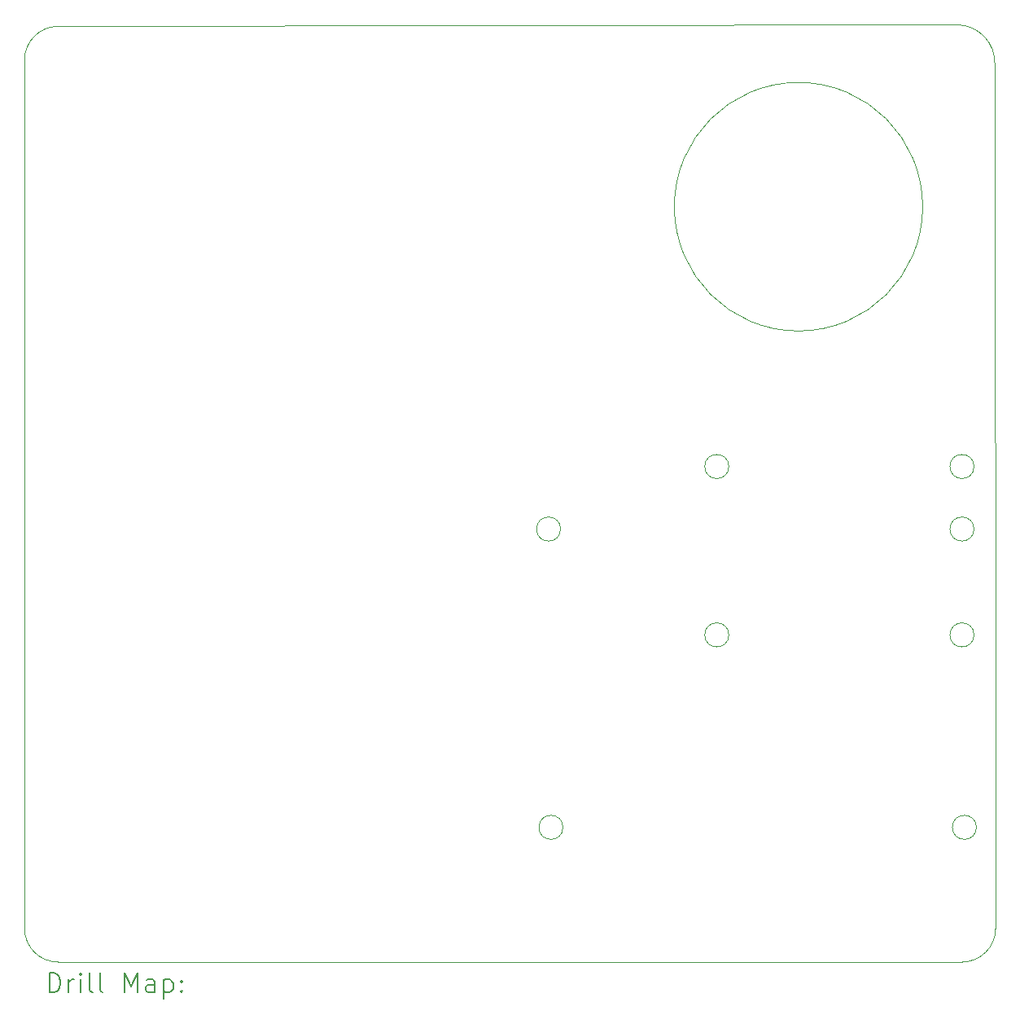
<source format=gbr>
%TF.GenerationSoftware,KiCad,Pcbnew,8.0.6*%
%TF.CreationDate,2024-12-05T23:25:41+00:00*%
%TF.ProjectId,DiamondGeezer,4469616d-6f6e-4644-9765-657a65722e6b,rev?*%
%TF.SameCoordinates,Original*%
%TF.FileFunction,Drillmap*%
%TF.FilePolarity,Positive*%
%FSLAX45Y45*%
G04 Gerber Fmt 4.5, Leading zero omitted, Abs format (unit mm)*
G04 Created by KiCad (PCBNEW 8.0.6) date 2024-12-05 23:25:41*
%MOMM*%
%LPD*%
G01*
G04 APERTURE LIST*
%ADD10C,0.050000*%
%ADD11C,0.200000*%
G04 APERTURE END LIST*
D10*
X9250000Y-14225000D02*
G75*
G02*
X8900000Y-13875000I0J350000D01*
G01*
X19000000Y-13875000D02*
G75*
G02*
X18650000Y-14225000I-350000J0D01*
G01*
X18800000Y-12825000D02*
G75*
G02*
X18550000Y-12825000I-125000J0D01*
G01*
X18550000Y-12825000D02*
G75*
G02*
X18800000Y-12825000I125000J0D01*
G01*
X18775000Y-9075000D02*
G75*
G02*
X18525000Y-9075000I-125000J0D01*
G01*
X18525000Y-9075000D02*
G75*
G02*
X18775000Y-9075000I125000J0D01*
G01*
X8900000Y-4850000D02*
G75*
G02*
X9250000Y-4500000I350000J0D01*
G01*
X9250000Y-14225000D02*
X18650000Y-14225000D01*
X16225000Y-9075000D02*
G75*
G02*
X15975000Y-9075000I-125000J0D01*
G01*
X15975000Y-9075000D02*
G75*
G02*
X16225000Y-9075000I125000J0D01*
G01*
X8900000Y-4850000D02*
X8900000Y-13875000D01*
X18241559Y-6375000D02*
G75*
G02*
X15658441Y-6375000I-1291559J0D01*
G01*
X15658441Y-6375000D02*
G75*
G02*
X18241559Y-6375000I1291559J0D01*
G01*
X18592201Y-4484169D02*
G75*
G02*
X18992317Y-4897488I2619J-397791D01*
G01*
X18775000Y-10825000D02*
G75*
G02*
X18525000Y-10825000I-125000J0D01*
G01*
X18525000Y-10825000D02*
G75*
G02*
X18775000Y-10825000I125000J0D01*
G01*
X16225000Y-10825000D02*
G75*
G02*
X15975000Y-10825000I-125000J0D01*
G01*
X15975000Y-10825000D02*
G75*
G02*
X16225000Y-10825000I125000J0D01*
G01*
X18592201Y-4484169D02*
X9250000Y-4500000D01*
X19000000Y-13875000D02*
X19000000Y-12700000D01*
X14500000Y-12825000D02*
G75*
G02*
X14250000Y-12825000I-125000J0D01*
G01*
X14250000Y-12825000D02*
G75*
G02*
X14500000Y-12825000I125000J0D01*
G01*
X19000000Y-12700000D02*
X18992313Y-4897487D01*
X14475000Y-9725000D02*
G75*
G02*
X14225000Y-9725000I-125000J0D01*
G01*
X14225000Y-9725000D02*
G75*
G02*
X14475000Y-9725000I125000J0D01*
G01*
X18775000Y-9725000D02*
G75*
G02*
X18525000Y-9725000I-125000J0D01*
G01*
X18525000Y-9725000D02*
G75*
G02*
X18775000Y-9725000I125000J0D01*
G01*
D11*
X9158277Y-14538984D02*
X9158277Y-14338984D01*
X9158277Y-14338984D02*
X9205896Y-14338984D01*
X9205896Y-14338984D02*
X9234467Y-14348508D01*
X9234467Y-14348508D02*
X9253515Y-14367555D01*
X9253515Y-14367555D02*
X9263039Y-14386603D01*
X9263039Y-14386603D02*
X9272563Y-14424698D01*
X9272563Y-14424698D02*
X9272563Y-14453269D01*
X9272563Y-14453269D02*
X9263039Y-14491365D01*
X9263039Y-14491365D02*
X9253515Y-14510412D01*
X9253515Y-14510412D02*
X9234467Y-14529460D01*
X9234467Y-14529460D02*
X9205896Y-14538984D01*
X9205896Y-14538984D02*
X9158277Y-14538984D01*
X9358277Y-14538984D02*
X9358277Y-14405650D01*
X9358277Y-14443746D02*
X9367801Y-14424698D01*
X9367801Y-14424698D02*
X9377324Y-14415174D01*
X9377324Y-14415174D02*
X9396372Y-14405650D01*
X9396372Y-14405650D02*
X9415420Y-14405650D01*
X9482086Y-14538984D02*
X9482086Y-14405650D01*
X9482086Y-14338984D02*
X9472563Y-14348508D01*
X9472563Y-14348508D02*
X9482086Y-14358031D01*
X9482086Y-14358031D02*
X9491610Y-14348508D01*
X9491610Y-14348508D02*
X9482086Y-14338984D01*
X9482086Y-14338984D02*
X9482086Y-14358031D01*
X9605896Y-14538984D02*
X9586848Y-14529460D01*
X9586848Y-14529460D02*
X9577324Y-14510412D01*
X9577324Y-14510412D02*
X9577324Y-14338984D01*
X9710658Y-14538984D02*
X9691610Y-14529460D01*
X9691610Y-14529460D02*
X9682086Y-14510412D01*
X9682086Y-14510412D02*
X9682086Y-14338984D01*
X9939229Y-14538984D02*
X9939229Y-14338984D01*
X9939229Y-14338984D02*
X10005896Y-14481841D01*
X10005896Y-14481841D02*
X10072563Y-14338984D01*
X10072563Y-14338984D02*
X10072563Y-14538984D01*
X10253515Y-14538984D02*
X10253515Y-14434222D01*
X10253515Y-14434222D02*
X10243991Y-14415174D01*
X10243991Y-14415174D02*
X10224944Y-14405650D01*
X10224944Y-14405650D02*
X10186848Y-14405650D01*
X10186848Y-14405650D02*
X10167801Y-14415174D01*
X10253515Y-14529460D02*
X10234467Y-14538984D01*
X10234467Y-14538984D02*
X10186848Y-14538984D01*
X10186848Y-14538984D02*
X10167801Y-14529460D01*
X10167801Y-14529460D02*
X10158277Y-14510412D01*
X10158277Y-14510412D02*
X10158277Y-14491365D01*
X10158277Y-14491365D02*
X10167801Y-14472317D01*
X10167801Y-14472317D02*
X10186848Y-14462793D01*
X10186848Y-14462793D02*
X10234467Y-14462793D01*
X10234467Y-14462793D02*
X10253515Y-14453269D01*
X10348753Y-14405650D02*
X10348753Y-14605650D01*
X10348753Y-14415174D02*
X10367801Y-14405650D01*
X10367801Y-14405650D02*
X10405896Y-14405650D01*
X10405896Y-14405650D02*
X10424944Y-14415174D01*
X10424944Y-14415174D02*
X10434467Y-14424698D01*
X10434467Y-14424698D02*
X10443991Y-14443746D01*
X10443991Y-14443746D02*
X10443991Y-14500888D01*
X10443991Y-14500888D02*
X10434467Y-14519936D01*
X10434467Y-14519936D02*
X10424944Y-14529460D01*
X10424944Y-14529460D02*
X10405896Y-14538984D01*
X10405896Y-14538984D02*
X10367801Y-14538984D01*
X10367801Y-14538984D02*
X10348753Y-14529460D01*
X10529705Y-14519936D02*
X10539229Y-14529460D01*
X10539229Y-14529460D02*
X10529705Y-14538984D01*
X10529705Y-14538984D02*
X10520182Y-14529460D01*
X10520182Y-14529460D02*
X10529705Y-14519936D01*
X10529705Y-14519936D02*
X10529705Y-14538984D01*
X10529705Y-14415174D02*
X10539229Y-14424698D01*
X10539229Y-14424698D02*
X10529705Y-14434222D01*
X10529705Y-14434222D02*
X10520182Y-14424698D01*
X10520182Y-14424698D02*
X10529705Y-14415174D01*
X10529705Y-14415174D02*
X10529705Y-14434222D01*
M02*

</source>
